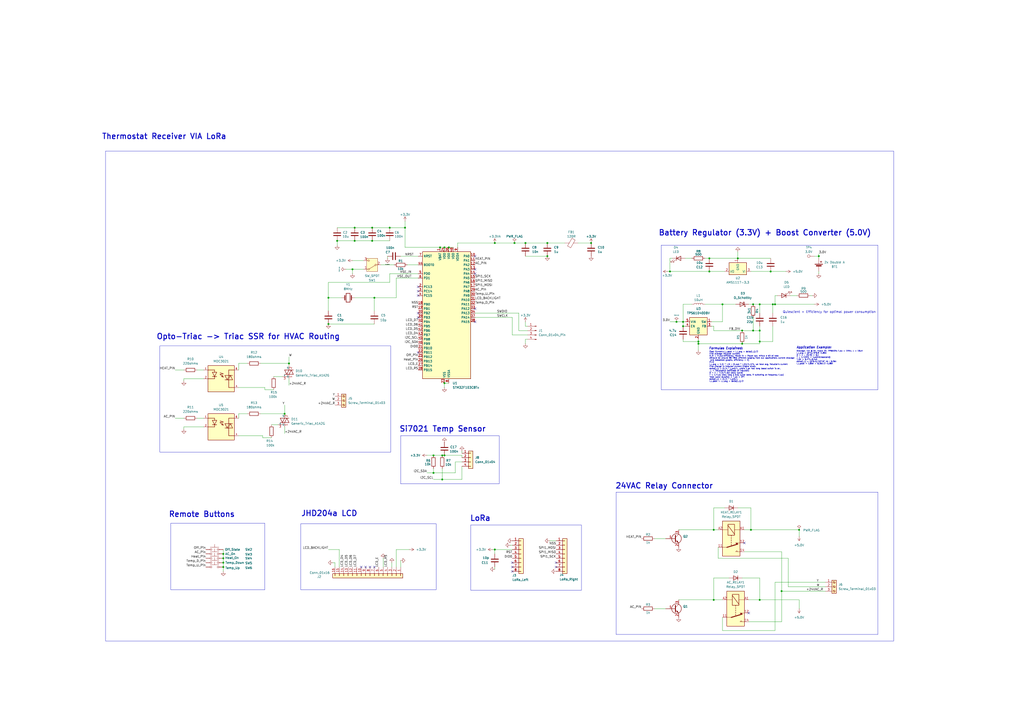
<source format=kicad_sch>
(kicad_sch (version 20231120) (generator "eeschema") (generator_version "8.0")
  (paper "A2")
  (junction (at 448.31 176.53))
  (junction (at 414.02 347.98))
  (junction (at 205.74 132.08))
  (junction (at 287.02 318.77))
  (junction (at 195.58 139.7))
  (junction (at 129.54 328.93))
  (junction (at 453.39 342.9))
  (junction (at 251.46 274.32))
  (junction (at 165.1 240.03))
  (junction (at 435.61 307.34))
  (junction (at 405.13 198.12))
  (junction (at 257.81 264.16))
  (junction (at 440.69 198.12))
  (junction (at 190.5 172.72))
  (junction (at 436.88 191.77))
  (junction (at 396.24 189.23))
  (junction (at 430.53 199.39))
  (junction (at 234.95 132.08))
  (junction (at 251.46 264.16))
  (junction (at 129.54 323.85))
  (junction (at 342.9 140.97))
  (junction (at 257.81 143.51))
  (junction (at 226.06 132.08))
  (junction (at 129.54 326.39))
  (junction (at 204.47 156.21))
  (junction (at 436.88 176.53))
  (junction (at 298.45 140.97))
  (junction (at 447.04 157.48))
  (junction (at 217.17 172.72))
  (junction (at 317.5 148.59))
  (junction (at 257.81 222.25))
  (junction (at 287.02 140.97))
  (junction (at 260.35 143.51))
  (junction (at 317.5 140.97))
  (junction (at 388.62 157.48))
  (junction (at 440.69 347.98))
  (junction (at 440.69 191.77))
  (junction (at 215.9 139.7))
  (junction (at 167.64 210.82))
  (junction (at 430.53 191.77))
  (junction (at 419.1 176.53))
  (junction (at 256.54 278.13))
  (junction (at 205.74 139.7))
  (junction (at 463.55 307.34))
  (junction (at 405.13 199.39))
  (junction (at 215.9 132.08))
  (junction (at 474.98 148.59))
  (junction (at 255.27 143.51))
  (junction (at 304.8 140.97))
  (junction (at 129.54 321.31))
  (junction (at 427.99 149.86))
  (junction (at 440.69 176.53))
  (junction (at 190.5 187.96))
  (junction (at 396.24 186.69))
  (junction (at 411.48 149.86))
  (junction (at 414.02 307.34))
  (junction (at 256.54 264.16))
  (junction (at 392.43 186.69))
  (junction (at 411.48 157.48))
  (junction (at 449.58 176.53))
  (no_connect (at 242.57 168.91))
  (no_connect (at 297.18 331.47))
  (no_connect (at 322.58 328.93))
  (no_connect (at 275.59 148.59))
  (no_connect (at 431.8 314.96))
  (no_connect (at 242.57 171.45))
  (no_connect (at 217.17 328.93))
  (no_connect (at 322.58 326.39))
  (no_connect (at 212.09 328.93))
  (no_connect (at 275.59 186.69))
  (no_connect (at 275.59 158.75))
  (no_connect (at 209.55 328.93))
  (no_connect (at 275.59 179.07))
  (no_connect (at 242.57 166.37))
  (no_connect (at 242.57 181.61))
  (no_connect (at 275.59 156.21))
  (no_connect (at 242.57 204.47))
  (no_connect (at 297.18 326.39))
  (no_connect (at 242.57 184.15))
  (no_connect (at 297.18 328.93))
  (no_connect (at 434.34 355.6))
  (no_connect (at 214.63 328.93))
  (wire (pts (xy 304.8 140.97) (xy 317.5 140.97)))
  (wire (pts (xy 419.1 176.53) (xy 426.72 176.53)))
  (wire (pts (xy 165.1 247.65) (xy 165.1 251.46)))
  (wire (pts (xy 232.41 148.59) (xy 242.57 148.59)))
  (wire (pts (xy 129.54 326.39) (xy 129.54 328.93)))
  (wire (pts (xy 453.39 320.04) (xy 453.39 342.9)))
  (wire (pts (xy 414.02 294.64) (xy 420.37 294.64)))
  (wire (pts (xy 448.31 198.12) (xy 440.69 198.12)))
  (wire (pts (xy 449.58 176.53) (xy 449.58 171.45)))
  (wire (pts (xy 275.59 181.61) (xy 300.99 181.61)))
  (wire (pts (xy 440.69 347.98) (xy 463.55 347.98)))
  (wire (pts (xy 300.99 181.61) (xy 300.99 191.77)))
  (wire (pts (xy 408.94 149.86) (xy 411.48 149.86)))
  (wire (pts (xy 388.62 157.48) (xy 388.62 149.86)))
  (wire (pts (xy 205.74 139.7) (xy 215.9 139.7)))
  (wire (pts (xy 226.06 158.75) (xy 242.57 158.75)))
  (wire (pts (xy 234.95 143.51) (xy 255.27 143.51)))
  (wire (pts (xy 257.81 222.25) (xy 260.35 222.25)))
  (wire (pts (xy 251.46 271.78) (xy 251.46 274.32)))
  (wire (pts (xy 138.43 224.79) (xy 153.67 224.79)))
  (wire (pts (xy 138.43 210.82) (xy 138.43 214.63)))
  (wire (pts (xy 287.02 318.77) (xy 287.02 321.31)))
  (wire (pts (xy 457.2 323.85) (xy 457.2 340.36)))
  (wire (pts (xy 474.98 149.86) (xy 474.98 148.59)))
  (wire (pts (xy 260.35 143.51) (xy 262.89 143.51)))
  (wire (pts (xy 430.53 199.39) (xy 405.13 199.39)))
  (wire (pts (xy 251.46 274.32) (xy 264.16 274.32)))
  (wire (pts (xy 419.1 186.69) (xy 419.1 176.53)))
  (wire (pts (xy 165.1 234.95) (xy 165.1 240.03)))
  (wire (pts (xy 195.58 132.08) (xy 205.74 132.08)))
  (wire (pts (xy 448.31 176.53) (xy 449.58 176.53)))
  (wire (pts (xy 427.99 294.64) (xy 435.61 294.64)))
  (wire (pts (xy 436.88 176.53) (xy 440.69 176.53)))
  (wire (pts (xy 396.24 186.69) (xy 396.24 176.53)))
  (wire (pts (xy 472.44 148.59) (xy 474.98 148.59)))
  (wire (pts (xy 224.79 148.59) (xy 224.79 149.86)))
  (wire (pts (xy 434.34 347.98) (xy 440.69 347.98)))
  (wire (pts (xy 414.02 347.98) (xy 419.1 347.98)))
  (wire (pts (xy 457.2 340.36) (xy 478.79 340.36)))
  (wire (pts (xy 463.55 307.34) (xy 463.55 311.15)))
  (wire (pts (xy 431.8 320.04) (xy 453.39 320.04)))
  (wire (pts (xy 234.95 128.27) (xy 234.95 132.08)))
  (wire (pts (xy 264.16 267.97) (xy 267.97 267.97)))
  (wire (pts (xy 151.13 240.03) (xy 165.1 240.03)))
  (wire (pts (xy 114.3 214.63) (xy 118.11 214.63)))
  (wire (pts (xy 405.13 199.39) (xy 405.13 198.12)))
  (wire (pts (xy 463.55 347.98) (xy 463.55 353.06)))
  (wire (pts (xy 297.18 194.31) (xy 306.07 194.31)))
  (wire (pts (xy 396.24 186.69) (xy 397.51 186.69)))
  (wire (pts (xy 195.58 139.7) (xy 195.58 142.24)))
  (wire (pts (xy 229.87 318.77) (xy 237.49 318.77)))
  (wire (pts (xy 200.66 156.21) (xy 204.47 156.21)))
  (wire (pts (xy 227.33 326.39) (xy 227.33 328.93)))
  (wire (pts (xy 427.99 146.05) (xy 427.99 149.86)))
  (wire (pts (xy 458.47 171.45) (xy 462.28 171.45)))
  (wire (pts (xy 157.48 246.38) (xy 161.29 246.38)))
  (wire (pts (xy 469.9 171.45) (xy 471.17 171.45)))
  (wire (pts (xy 287.02 328.93) (xy 287.02 330.2)))
  (wire (pts (xy 453.39 342.9) (xy 453.39 360.68)))
  (wire (pts (xy 194.31 326.39) (xy 193.04 326.39)))
  (wire (pts (xy 251.46 264.16) (xy 256.54 264.16)))
  (wire (pts (xy 405.13 203.2) (xy 405.13 199.39)))
  (wire (pts (xy 300.99 191.77) (xy 306.07 191.77)))
  (wire (pts (xy 256.54 264.16) (xy 257.81 264.16)))
  (wire (pts (xy 412.75 189.23) (xy 414.02 189.23)))
  (wire (pts (xy 106.68 220.98) (xy 106.68 219.71)))
  (wire (pts (xy 434.34 176.53) (xy 436.88 176.53)))
  (wire (pts (xy 304.8 196.85) (xy 304.8 199.39)))
  (wire (pts (xy 386.08 353.06) (xy 379.73 353.06)))
  (wire (pts (xy 226.06 132.08) (xy 234.95 132.08)))
  (wire (pts (xy 106.68 247.65) (xy 118.11 247.65)))
  (wire (pts (xy 157.48 254) (xy 152.4 254)))
  (wire (pts (xy 297.18 184.15) (xy 297.18 194.31)))
  (wire (pts (xy 167.64 210.82) (xy 167.64 212.09)))
  (wire (pts (xy 251.46 278.13) (xy 256.54 278.13)))
  (wire (pts (xy 267.97 264.16) (xy 267.97 265.43)))
  (wire (pts (xy 427.99 149.86) (xy 447.04 149.86)))
  (wire (pts (xy 414.02 191.77) (xy 430.53 191.77)))
  (wire (pts (xy 405.13 198.12) (xy 405.13 196.85)))
  (wire (pts (xy 453.39 342.9) (xy 478.79 342.9)))
  (wire (pts (xy 449.58 337.82) (xy 478.79 337.82)))
  (wire (pts (xy 257.81 264.16) (xy 267.97 264.16)))
  (wire (pts (xy 217.17 172.72) (xy 229.87 172.72)))
  (wire (pts (xy 397.51 149.86) (xy 401.32 149.86)))
  (wire (pts (xy 215.9 139.7) (xy 226.06 139.7)))
  (wire (pts (xy 396.24 198.12) (xy 405.13 198.12)))
  (wire (pts (xy 129.54 328.93) (xy 129.54 331.47)))
  (wire (pts (xy 152.4 254) (xy 152.4 252.73)))
  (wire (pts (xy 298.45 140.97) (xy 304.8 140.97)))
  (wire (pts (xy 304.8 148.59) (xy 317.5 148.59)))
  (wire (pts (xy 226.06 163.83) (xy 190.5 163.83)))
  (wire (pts (xy 436.88 184.15) (xy 436.88 191.77)))
  (wire (pts (xy 388.62 157.48) (xy 411.48 157.48)))
  (wire (pts (xy 257.81 222.25) (xy 257.81 224.79)))
  (wire (pts (xy 474.98 158.75) (xy 474.98 157.48)))
  (wire (pts (xy 151.13 210.82) (xy 167.64 210.82)))
  (wire (pts (xy 138.43 240.03) (xy 143.51 240.03)))
  (wire (pts (xy 388.62 149.86) (xy 389.89 149.86)))
  (wire (pts (xy 194.31 328.93) (xy 194.31 326.39)))
  (wire (pts (xy 158.75 218.44) (xy 163.83 218.44)))
  (wire (pts (xy 265.43 143.51) (xy 265.43 140.97)))
  (wire (pts (xy 195.58 139.7) (xy 205.74 139.7)))
  (wire (pts (xy 416.56 317.5) (xy 416.56 323.85)))
  (wire (pts (xy 236.22 153.67) (xy 242.57 153.67)))
  (wire (pts (xy 396.24 176.53) (xy 401.32 176.53)))
  (wire (pts (xy 153.67 226.06) (xy 158.75 226.06)))
  (wire (pts (xy 229.87 328.93) (xy 229.87 318.77)))
  (wire (pts (xy 449.58 171.45) (xy 450.85 171.45)))
  (wire (pts (xy 317.5 140.97) (xy 327.66 140.97)))
  (wire (pts (xy 449.58 365.76) (xy 449.58 337.82)))
  (wire (pts (xy 435.61 157.48) (xy 447.04 157.48)))
  (wire (pts (xy 129.54 318.77) (xy 129.54 321.31)))
  (wire (pts (xy 204.47 156.21) (xy 204.47 158.75)))
  (wire (pts (xy 434.34 360.68) (xy 453.39 360.68)))
  (wire (pts (xy 448.31 189.23) (xy 448.31 198.12)))
  (wire (pts (xy 392.43 186.69) (xy 396.24 186.69)))
  (wire (pts (xy 393.7 307.34) (xy 414.02 307.34)))
  (wire (pts (xy 190.5 187.96) (xy 217.17 187.96)))
  (wire (pts (xy 106.68 219.71) (xy 118.11 219.71)))
  (wire (pts (xy 247.65 274.32) (xy 251.46 274.32)))
  (wire (pts (xy 455.93 157.48) (xy 447.04 157.48)))
  (wire (pts (xy 264.16 274.32) (xy 264.16 267.97)))
  (wire (pts (xy 412.75 186.69) (xy 419.1 186.69)))
  (wire (pts (xy 229.87 172.72) (xy 229.87 161.29)))
  (wire (pts (xy 167.64 207.01) (xy 167.64 210.82)))
  (wire (pts (xy 247.65 264.16) (xy 251.46 264.16)))
  (wire (pts (xy 267.97 261.62) (xy 267.97 262.89)))
  (wire (pts (xy 416.56 323.85) (xy 457.2 323.85)))
  (wire (pts (xy 430.53 198.12) (xy 430.53 199.39)))
  (wire (pts (xy 226.06 158.75) (xy 226.06 163.83)))
  (wire (pts (xy 387.35 157.48) (xy 388.62 157.48)))
  (wire (pts (xy 190.5 172.72) (xy 190.5 180.34)))
  (wire (pts (xy 196.85 318.77) (xy 196.85 328.93)))
  (wire (pts (xy 229.87 161.29) (xy 242.57 161.29)))
  (wire (pts (xy 440.69 199.39) (xy 430.53 199.39)))
  (wire (pts (xy 304.8 189.23) (xy 304.8 186.69)))
  (wire (pts (xy 190.5 318.77) (xy 196.85 318.77)))
  (wire (pts (xy 436.88 191.77) (xy 440.69 191.77)))
  (wire (pts (xy 414.02 335.28) (xy 414.02 347.98)))
  (wire (pts (xy 414.02 189.23) (xy 414.02 191.77)))
  (wire (pts (xy 474.98 148.59) (xy 474.98 147.32)))
  (wire (pts (xy 101.6 242.57) (xy 106.68 242.57)))
  (wire (pts (xy 414.02 307.34) (xy 416.56 307.34)))
  (wire (pts (xy 440.69 191.77) (xy 440.69 198.12)))
  (wire (pts (xy 335.28 140.97) (xy 342.9 140.97)))
  (wire (pts (xy 440.69 335.28) (xy 440.69 347.98)))
  (wire (pts (xy 295.91 316.23) (xy 297.18 316.23)))
  (wire (pts (xy 257.81 143.51) (xy 260.35 143.51)))
  (wire (pts (xy 190.5 172.72) (xy 198.12 172.72)))
  (wire (pts (xy 129.54 323.85) (xy 129.54 326.39)))
  (wire (pts (xy 205.74 132.08) (xy 215.9 132.08)))
  (wire (pts (xy 396.24 189.23) (xy 396.24 186.69)))
  (wire (pts (xy 306.07 189.23) (xy 304.8 189.23)))
  (wire (pts (xy 256.54 278.13) (xy 267.97 278.13)))
  (wire (pts (xy 222.25 328.93) (xy 222.25 323.85)))
  (wire (pts (xy 306.07 196.85) (xy 304.8 196.85)))
  (wire (pts (xy 275.59 184.15) (xy 297.18 184.15)))
  (wire (pts (xy 393.7 347.98) (xy 414.02 347.98)))
  (wire (pts (xy 449.58 176.53) (xy 472.44 176.53)))
  (wire (pts (xy 430.53 191.77) (xy 436.88 191.77)))
  (wire (pts (xy 101.6 214.63) (xy 106.68 214.63)))
  (wire (pts (xy 287.02 140.97) (xy 298.45 140.97)))
  (wire (pts (xy 167.64 219.71) (xy 167.64 223.52)))
  (wire (pts (xy 414.02 294.64) (xy 414.02 307.34)))
  (wire (pts (xy 420.37 157.48) (xy 411.48 157.48)))
  (wire (pts (xy 138.43 242.57) (xy 138.43 240.03)))
  (wire (pts (xy 232.41 328.93) (xy 232.41 325.12)))
  (wire (pts (xy 397.51 189.23) (xy 396.24 189.23)))
  (wire (pts (xy 318.77 313.69) (xy 322.58 313.69)))
  (wire (pts (xy 256.54 271.78) (xy 256.54 278.13)))
  (wire (pts (xy 435.61 307.34) (xy 463.55 307.34)))
  (wire (pts (xy 215.9 132.08) (xy 226.06 132.08)))
  (wire (pts (xy 448.31 176.53) (xy 448.31 181.61)))
  (wire (pts (xy 285.75 318.77) (xy 287.02 318.77)))
  (wire (pts (xy 427.99 149.86) (xy 411.48 149.86)))
  (wire (pts (xy 217.17 172.72) (xy 217.17 180.34)))
  (wire (pts (xy 138.43 252.73) (xy 152.4 252.73)))
  (wire (pts (xy 430.53 335.28) (xy 440.69 335.28)))
  (wire (pts (xy 220.98 153.67) (xy 228.6 153.67)))
  (wire (pts (xy 419.1 365.76) (xy 449.58 365.76)))
  (wire (pts (xy 255.27 143.51) (xy 257.81 143.51)))
  (wire (pts (xy 129.54 321.31) (xy 129.54 323.85)))
  (wire (pts (xy 153.67 224.79) (xy 153.67 226.06)))
  (wire (pts (xy 435.61 294.64) (xy 435.61 307.34)))
  (wire (pts (xy 419.1 358.14) (xy 419.1 365.76)))
  (wire (pts (xy 422.91 335.28) (xy 414.02 335.28)))
  (wire (pts (xy 205.74 172.72) (xy 217.17 172.72)))
  (wire (pts (xy 204.47 151.13) (xy 210.82 151.13)))
  (wire (pts (xy 396.24 196.85) (xy 396.24 198.12)))
  (wire (pts (xy 267.97 278.13) (xy 267.97 270.51)))
  (wire (pts (xy 440.69 189.23) (xy 440.69 191.77)))
  (wire (pts (xy 114.3 242.57) (xy 118.11 242.57)))
  (wire (pts (xy 431.8 307.34) (xy 435.61 307.34)))
  (wire (pts (xy 265.43 140.97) (xy 287.02 140.97)))
  (wire (pts (xy 143.51 210.82) (xy 138.43 210.82)))
  (wire (pts (xy 190.5 163.83) (xy 190.5 172.72)))
  (wire (pts (xy 440.69 176.53) (xy 448.31 176.53)))
  (wire (pts (xy 287.02 318.77) (xy 297.18 318.77)))
  (wire (pts (xy 106.68 248.92) (xy 106.68 247.65)))
  (wire (pts (xy 204.47 156.21) (xy 210.82 156.21)))
  (wire (pts (xy 388.62 186.69) (xy 392.43 186.69)))
  (wire (pts (xy 440.69 176.53) (xy 440.69 181.61)))
  (wire (pts (xy 408.94 176.53) (xy 419.1 176.53)))
  (wire (pts (xy 234.95 132.08) (xy 234.95 143.51)))
  (wire (pts (xy 440.69 199.39) (xy 440.69 198.12)))
  (wire (pts (xy 379.73 312.42) (xy 386.08 312.42)))
  (rectangle (start 92.71 200.66) (end 226.695 262.255))
  (rectangle (start 383.54 142.24) (end 509.27 226.06))
  (rectangle (start 174.498 303.784) (end 252.984 342.138))
  (rectangle (start 357.378 285.496) (end 509.27 368.046))
  (rectangle (start 232.41 252.73) (end 289.56 280.67))
  (rectangle (start 61.214 87.63) (end 518.414 371.856))
  (rectangle (start 273.05 304.546) (end 337.312 342.392))
  (rectangle (start 99.06 303.53) (end 153.6324 342.0992))
  (text "Formulas Explained:\n" (at 421.132 202.184 0) (effects (font (size 1.27 1.27) (thickness 0.254) (bold yes) (italic yes))))
  (text "Peak Current=I_L,peak = I_L,avg + delta(I_L)/2\nFind average inductor current:\nP_in = P_out/efficiency, Power in = Power out, minus a bit of loss\n(Should be around 85-95% efficient judging from our applications current drawage\n and datasheet graphs, efficiency = n)\nP=VI\nI_L,avg = V_in * I_in ~ (V_out * I_in)/V_In*n, we have avg. inductor's current\nFind change in inductor current (ripple size):\ndelta(I_L) = (V_in * t_on)/L, where t_on how long boost switch is on,\n L = inductance (stiffness of inductor)\nD = 1 - V_in/V_out (duty cycle)\nT = 1/f_sw (how long a duty cycle lasts, if switching at frequency f_sw)\nTotal cycle duration = T_on = D*T\ndelta(I_L) = (V_in * t_on)/L\nI_L,peak = I_L,avg + delta(I_L)/2\n\n" (at 411.48 213.36 0) (effects (font (size 0.762 0.762)) (justify left)))
  (text "Quiescient + Efficiency for optimal power consumption" (at 481.076 181.102 0) (effects (font (size 1.27 1.27))))
  (text "24VAC Relay Connector" (at 385.318 281.94 0) (effects (font (size 3.175 3.175) (thickness 0.508) (bold yes))))
  (text "LoRa\n" (at 278.638 300.736 0) (effects (font (size 3.175 3.175) (thickness 0.508) (bold yes))))
  (text "Opto-Triac -> Triac SSR for HVAC Routing\n" (at 144.018 195.326 0) (effects (font (size 3.175 3.175) (thickness 0.508) (bold yes))))
  (text "Remote Buttons\n" (at 117.094 298.45 0) (effects (font (size 3.175 3.175) (thickness 0.508) (bold yes))))
  (text "JHD204a LCD\n" (at 191.008 297.942 0) (effects (font (size 3.175 3.175) (thickness 0.508) (bold yes))))
  (text "Drawage, ~1A @ 5V, input: 3V, TPS6104: f_sw = 1MHz, L = 10uH\nI_L,avg = (5*1)/3*0.9 ~1.85A\nD = 1 - (3/5) = 0.4\nT = 1/1MHz = 1us(microsecond)\nT_On = 0.4*1=0.4us\ndelta(I_L) = (3*0.4)/10*10^-6 ~ 0.26A\nI_L,peak = 1.85A + 0.26A/2 ~1.98A\n\n" (at 462.026 208.026 0) (effects (font (size 0.762 0.762)) (justify left)))
  (text "Application Example:" (at 472.186 201.676 0) (effects (font (size 1.27 1.27) (thickness 0.254) (bold yes) (italic yes))))
  (text "Si7021 Temp Sensor\n" (at 256.794 248.92 0) (effects (font (size 3.175 3.175) (thickness 0.508) (bold yes))))
  (text "Thermostat Receiver VIA LoRa\n" (at 95.25 79.248 0) (effects (font (size 3.175 3.175) (thickness 0.508) (bold yes))))
  (text "Battery Regulator (3.3V) + Boost Converter (5.0V)" (at 443.738 135.128 0) (effects (font (size 3.175 3.175) (thickness 0.508) (bold yes))))
  (label "LCD_BACKLIGHT" (at 275.59 173.99 0))
  (label "3.0V" (at 388.62 186.69 180))
  (label "AC_PIN" (at 101.6 242.57 180))
  (label "W" (at 473.71 340.36 0))
  (label "SW_BOOT0" (at 223.52 153.67 0) (effects (font (size 0.3048 0.3048))))
  (label "LCD_D7" (at 242.57 186.69 180))
  (label "FB_DIV" (at 422.91 191.77 0))
  (label "Off_Pin" (at 242.57 207.01 180))
  (label "Temp_U_Pin" (at 119.38 328.93 180))
  (label "LCD_D6" (at 204.47 328.93 90))
  (label "AC_Pin" (at 275.59 168.91 0))
  (label "LCD_D4" (at 199.39 328.93 90))
  (label "SPI1_MOSI" (at 275.59 166.37 0))
  (label "SWCLK" (at 288.29 184.15 0))
  (label "+24VAC_R" (at 194.31 234.95 180))
  (label "AC_PIN" (at 275.59 153.67 0))
  (label "SPI1_SCK" (at 322.58 323.85 180))
  (label "NSS" (at 242.57 176.53 180))
  (label "+24VAC_R" (at 165.1 251.46 0))
  (label "LCD_E" (at 242.57 212.09 180))
  (label "Off_Pin" (at 119.38 318.77 180))
  (label "SPI1_MISO" (at 275.59 163.83 0))
  (label "I2C_SDA" (at 247.65 274.32 180))
  (label "Heat_Pin" (at 242.57 209.55 180))
  (label "RST" (at 297.18 321.31 180))
  (label "+24VAC_R" (at 167.64 223.52 0))
  (label "SPI1_MISO" (at 322.58 321.31 180))
  (label "Y" (at 165.1 234.95 180))
  (label "Y" (at 473.71 337.82 0))
  (label "+24VAC_R" (at 477.52 342.9 180))
  (label "I2C_SCL" (at 242.57 196.85 180))
  (label "DIO0" (at 242.57 201.93 180))
  (label "NSS" (at 322.58 316.23 180))
  (label "HSE_IN" (at 238.76 158.75 180))
  (label "LCD_D6" (at 242.57 189.23 180))
  (label "Temp_U_Pin" (at 275.59 171.45 0))
  (label "AC_PIN" (at 372.11 353.06 180))
  (label "I2C_SDA" (at 242.57 199.39 180))
  (label "Y" (at 194.31 229.87 180))
  (label "LCD_D5" (at 201.93 328.93 90))
  (label "LCD_RS" (at 224.79 328.93 90))
  (label "SPI1_SCK" (at 275.59 161.29 0))
  (label "3.0V" (at 474.98 147.32 0))
  (label "LCD_D7" (at 207.01 328.93 90))
  (label "NRST" (at 234.95 148.59 0))
  (label "Temp_D_Pin" (at 275.59 176.53 0))
  (label "RST" (at 242.57 179.07 180))
  (label "HEAT_PIN" (at 372.11 312.42 180))
  (label "LCD_BACKLIGHT" (at 190.5 318.77 180))
  (label "W" (at 194.31 232.41 180))
  (label "DIO0" (at 297.18 323.85 180))
  (label "LCD_D5" (at 242.57 191.77 180))
  (label "SWDIO" (at 288.29 181.61 0))
  (label "LCD_D4" (at 242.57 194.31 180))
  (label "W" (at 167.64 207.01 0))
  (label "HEAT_PIN" (at 275.59 151.13 0))
  (label "AC_Pin" (at 119.38 321.31 180))
  (label "Temp_D_Pin" (at 119.38 326.39 180))
  (label "HEAT_PIN" (at 101.6 214.63 180))
  (label "LCD_E" (at 219.71 328.93 90))
  (label "HSE_OUT" (at 238.76 161.29 180))
  (label "I2C_SCL" (at 251.46 278.13 180))
  (label "SPI1_MOSI" (at 322.58 318.77 180))
  (label "Heat_Pin" (at 119.38 323.85 180))
  (label "LCD_RS" (at 242.57 214.63 180))
  (symbol (lib_id "MCU_ST_STM32F1:STM32F103C8Tx") (at 257.81 184.15 0) (unit 1)
    (property "Reference" "U1" (at 262.5441 222.25 0) (effects (justify left)))
    (property "Value" "STM32F103C8Tx" (at 262.5441 224.79 0) (effects (justify left)))
    (property "Footprint" "Package_QFP:LQFP-48_7x7mm_P0.5mm" (effects (hide yes)))
    (property "Datasheet" "https://www.st.com/resource/en/datasheet/stm32f103c8.pdf" (effects (hide yes)))
    (property "Description" "STMicroelectronics Arm Cortex-M3 MCU, 64KB flash, 20KB RAM, 72 MHz, 2.0-3.6V, 37 GPIO, LQFP48" (effects (hide yes)))
  )
  (symbol (lib_id "Device:C") (at 317.5 144.78 0) (unit 1)
    (property "Reference" "C9" (at 321.31 143.5099 0) (effects (justify left)))
    (property "Value" "1u" (at 321.31 146.0499 0) (effects (justify left)))
    (property "Footprint" "Capacitor_SMD:C_0402_1005Metric" (effects (hide yes)))
    (property "Description" "Unpolarized capacitor" (effects (hide yes)))
  )
  (symbol (lib_id "Connector:Screw_Terminal_01x03") (at 199.39 232.41 0) (unit 1)
    (property "Reference" "J5" (at 201.93 231.1399 0) (effects (justify left)))
    (property "Value" "Screw_Terminal_01x03" (at 201.93 233.6799 0) (effects (justify left)))
    (property "Footprint" "TerminalBlock_Phoenix:TerminalBlock_Phoenix_MKDS-1,5-3-5.08_1x03_P5.08mm_Horizontal" (effects (hide yes)))
    (property "Description" "Generic screw terminal, single row, 01x03, script generated (kicad-library-utils/schlib/autogen/connector/)" (effects (hide yes)))
  )
  (symbol (lib_id "power:GND") (at 471.17 171.45 90) (unit 1)
    (property "Reference" "#PWR032" (effects (hide yes)))
    (property "Value" "GND" (effects (hide yes)))
    (property "Description" "Power symbol creates a global label with name \"GND\" , ground" (effects (hide yes)))
  )
  (symbol (lib_id "Device:R") (at 436.88 180.34 0) (unit 1)
    (property "Reference" "R4" (at 439.166 180.34 90))
    (property "Value" "3k1" (at 434.594 180.34 90))
    (property "Footprint" "Resistor_SMD:R_0402_1005Metric" (effects (hide yes)))
    (property "Description" "Resistor" (effects (hide yes)))
  )
  (symbol (lib_id "Device:C") (at 195.58 135.89 0) (unit 1)
    (property "Reference" "C2" (at 198.882 134.874 0) (effects (justify left)))
    (property "Value" "10u" (at 198.628 137.16 0) (effects (justify left)))
    (property "Footprint" "Capacitor_SMD:C_0402_1005Metric" (effects (hide yes)))
    (property "Description" "Unpolarized capacitor" (effects (hide yes)))
  )
  (symbol (lib_id "power:GND") (at 106.68 248.92 0) (unit 1)
    (property "Reference" "#PWR035" (effects (hide yes)))
    (property "Value" "GND" (effects (hide yes)))
    (property "Description" "Power symbol creates a global label with name \"GND\" , ground" (effects (hide yes)))
  )
  (symbol (lib_id "Triac_Thyristor:Generic_Triac_A1A2G") (at 167.64 215.9 0) (unit 1)
    (property "Reference" "D10" (at 171.45 215.2014 0) (effects (justify left)))
    (property "Value" "Generic_Triac_A1A2G" (at 171.45 217.7414 0) (effects (justify left)))
    (property "Footprint" "Transistor_Power:TO92127P470H495-3" (effects (hide yes)))
    (property "Description" "Triode for alternating current, anode1/anode2/gate" (effects (hide yes)))
  )
  (symbol (lib_id "Regulator_Linear:AMS1117-3.3") (at 427.99 157.48 180) (unit 1)
    (property "Reference" "U2" (at 427.99 161.29 0))
    (property "Value" "AMS1117-3.3" (at 427.99 163.83 0))
    (property "Footprint" "Package_TO_SOT_SMD:SOT-223-3_TabPin2" (effects (hide yes)))
    (property "Datasheet" "http://www.advanced-monolithic.com/pdf/ds1117.pdf" (effects (hide yes)))
    (property "Description" "1A Low Dropout regulator, positive, 3.3V fixed output, SOT-223" (effects (hide yes)))
  )
  (symbol (lib_id "power:PWR_FLAG") (at 392.43 186.69 0) (unit 1)
    (property "Reference" "#FLG04" (effects (hide yes)))
    (property "Value" "PWR_FLAG" (at 392.43 182.88 0) (effects (font (size 0.381 0.381))))
    (property "Description" "Special symbol for telling ERC where power comes from" (effects (hide yes)))
  )
  (symbol (lib_id "power:+3.3V") (at 247.65 264.16 90) (unit 1)
    (property "Reference" "#PWR044" (effects (hide yes)))
    (property "Value" "+3.3V" (at 243.84 264.1599 90) (effects (justify left)))
    (property "Description" "Power symbol creates a global label with name \"+3.3V\"" (effects (hide yes)))
  )
  (symbol (lib_id "power:GND") (at 257.81 224.79 0) (unit 1)
    (property "Reference" "#PWR07" (effects (hide yes)))
    (property "Value" "GND" (effects (hide yes)))
    (property "Description" "Power symbol creates a global label with name \"GND\" , ground" (effects (hide yes)))
  )
  (symbol (lib_id "power:GND") (at 318.77 313.69 270) (unit 1)
    (property "Reference" "#PWR024" (effects (hide yes)))
    (property "Value" "GND" (effects (hide yes)))
    (property "Description" "Power symbol creates a global label with name \"GND\" , ground" (effects (hide yes)))
  )
  (symbol (lib_id "Device:Crystal") (at 201.93 172.72 0) (unit 1)
    (property "Reference" "Y1" (at 201.93 165.1 0))
    (property "Value" "8MHz" (at 201.93 167.64 0))
    (property "Footprint" "Crystal:Crystal_SMD_MicroCrystal_CC1V-T1A-2Pin_8.0x3.7mm_HandSoldering" (effects (hide yes)))
    (property "Description" "Two pin crystal" (effects (hide yes)))
  )
  (symbol (lib_id "power:PWR_FLAG") (at 298.45 140.97 0) (unit 1)
    (property "Reference" "#FLG02" (effects (hide yes)))
    (property "Value" "PWR_FLAG" (at 298.45 137.16 0))
    (property "Description" "Special symbol for telling ERC where power comes from" (effects (hide yes)))
  )
  (symbol (lib_id "Device:R") (at 157.48 250.19 180) (unit 1)
    (property "Reference" "R14" (at 154.432 255.778 0) (effects (justify right)))
    (property "Value" "100k" (at 154.432 258.318 0) (effects (justify right)))
    (property "Footprint" "Resistor_SMD:R_1206_3216Metric" (effects (hide yes)))
    (property "Description" "Resistor" (effects (hide yes)))
  )
  (symbol (lib_id "power:+3.3V") (at 472.44 176.53 270) (unit 1)
    (property "Reference" "#PWR033" (effects (hide yes)))
    (property "Value" "+5.0V" (at 476.25 176.5299 90) (effects (justify left)))
    (property "Description" "Power symbol creates a global label with name \"+3.3V\"" (effects (hide yes)))
  )
  (symbol (lib_id "Device:C") (at 304.8 144.78 0) (unit 1)
    (property "Reference" "C8" (at 308.61 143.5099 0) (effects (justify left)))
    (property "Value" "10n" (at 308.61 146.0499 0) (effects (justify left)))
    (property "Footprint" "Capacitor_SMD:C_0603_1608Metric" (effects (hide yes)))
    (property "Description" "Unpolarized capacitor" (effects (hide yes)))
  )
  (symbol (lib_id "power:PWR_FLAG") (at 200.66 156.21 90) (unit 1)
    (property "Reference" "#FLG01" (effects (hide yes)))
    (property "Value" "PWR_FLAG" (at 196.85 156.21 0) (effects (font (size 0.381 0.381))))
    (property "Description" "Special symbol for telling ERC where power comes from" (effects (hide yes)))
  )
  (symbol (lib_id "Device:C") (at 342.9 144.78 0) (unit 1)
    (property "Reference" "C10" (at 346.71 143.5099 0) (effects (justify left)))
    (property "Value" "1u" (at 346.71 146.0499 0) (effects (justify left)))
    (property "Footprint" "Capacitor_SMD:C_0402_1005Metric" (effects (hide yes)))
    (property "Description" "Unpolarized capacitor" (effects (hide yes)))
  )
  (symbol (lib_id "power:GND") (at 227.33 326.39 180) (unit 1)
    (property "Reference" "#PWR019" (effects (hide yes)))
    (property "Value" "GND" (effects (hide yes)))
    (property "Description" "Power symbol creates a global label with name \"GND\" , ground" (effects (hide yes)))
  )
  (symbol (lib_id "Device:R") (at 147.32 210.82 90) (unit 1)
    (property "Reference" "R12" (at 147.32 204.47 90))
    (property "Value" "180ohms" (at 147.32 207.01 90))
    (property "Footprint" "Resistor_SMD:R_0402_1005Metric" (effects (hide yes)))
    (property "Description" "Resistor" (effects (hide yes)))
  )
  (symbol (lib_id "Device:C") (at 287.02 325.12 180) (unit 1)
    (property "Reference" "C11" (at 283.21 326.3901 0) (effects (justify left)))
    (property "Value" "10p" (at 283.718 323.596 0) (effects (justify left)))
    (property "Footprint" "Capacitor_SMD:C_0402_1005Metric" (effects (hide yes)))
    (property "Description" "Unpolarized capacitor" (effects (hide yes)))
  )
  (symbol (lib_id "Device:R") (at 375.92 312.42 90) (unit 1)
    (property "Reference" "R2" (at 375.92 310.134 90))
    (property "Value" "1k" (at 375.92 314.706 90))
    (property "Footprint" "Resistor_SMD:R_0402_1005Metric" (effects (hide yes)))
    (property "Description" "Resistor" (effects (hide yes)))
  )
  (symbol (lib_id "power:GND") (at 297.18 313.69 270) (unit 1)
    (property "Reference" "#PWR023" (effects (hide yes)))
    (property "Value" "GND" (effects (hide yes)))
    (property "Description" "Power symbol creates a global label with name \"GND\" , ground" (effects (hide yes)))
  )
  (symbol (lib_id "power:GND") (at 195.58 142.24 0) (unit 1)
    (property "Reference" "#PWR02" (effects (hide yes)))
    (property "Value" "GND" (effects (hide yes)))
    (property "Description" "Power symbol creates a global label with name \"GND\" , ground" (effects (hide yes)))
  )
  (symbol (lib_id "power:GND") (at 204.47 158.75 0) (unit 1)
    (property "Reference" "#PWR04" (effects (hide yes)))
    (property "Value" "GND" (effects (hide yes)))
    (property "Description" "Power symbol creates a global label with name \"GND\" , ground" (effects (hide yes)))
  )
  (symbol (lib_id "Device:C") (at 205.74 135.89 0) (unit 1)
    (property "Reference" "C3" (at 209.042 134.874 0) (effects (justify left)))
    (property "Value" "100n" (at 208.788 137.414 0) (effects (justify left)))
    (property "Footprint" "Capacitor_SMD:C_0402_1005Metric" (effects (hide yes)))
    (property "Description" "Unpolarized capacitor" (effects (hide yes)))
  )
  (symbol (lib_id "power:+3.3V") (at 455.93 157.48 270) (unit 1)
    (property "Reference" "#PWR030" (effects (hide yes)))
    (property "Value" "+5.0V" (at 459.74 157.4801 90) (effects (justify left)))
    (property "Description" "Power symbol creates a global label with name \"+3.3V\"" (effects (hide yes)))
  )
  (symbol (lib_id "Relay:Relay_SPDT") (at 426.72 353.06 270) (unit 1)
    (property "Reference" "AC_RELAY1" (at 426.72 337.82 90))
    (property "Value" "Relay_SPDT" (at 426.72 340.36 90))
    (property "Footprint" "Relay_THT:Relay_SPST_Hongfa_HF3F-L-xx-1HL1T" (effects (hide yes)))
    (property "Description" "Relay SPDT, monostable, EN50005" (effects (hide yes)))
  )
  (symbol (lib_id "Switch:SW_SPDT") (at 215.9 153.67 180) (unit 1)
    (property "Reference" "SW1" (at 215.9 162.56 0))
    (property "Value" "SW_SPDT" (at 215.9 160.02 0))
    (property "Footprint" "Button_Switch_SMD:SW_SPDT_CK_JS102011SAQN" (effects (hide yes)))
    (property "Description" "Switch, single pole double throw" (effects (hide yes)))
  )
  (symbol (lib_id "Device:R") (at 430.53 195.58 180) (unit 1)
    (property "Reference" "R5" (at 428.244 195.58 90))
    (property "Value" "1k" (at 432.816 195.58 90))
    (property "Footprint" "Resistor_SMD:R_0402_1005Metric" (effects (hide yes)))
    (property "Description" "Resistor" (effects (hide yes)))
  )
  (symbol (lib_id "Relay:Relay_SPDT") (at 424.18 312.42 270) (unit 1)
    (property "Reference" "HEAT_RELAY1" (at 424.18 297.18 90))
    (property "Value" "Relay_SPDT" (at 424.18 299.72 90))
    (property "Footprint" "Relay_THT:Relay_SPST_Hongfa_HF3F-L-xx-1HL1T" (effects (hide yes)))
    (property "Description" "Relay SPDT, monostable, EN50005" (effects (hide yes)))
  )
  (symbol (lib_id "power:GND") (at 267.97 261.62 180) (unit 1)
    (property "Reference" "#PWR043" (effects (hide yes)))
    (property "Value" "GND" (effects (hide yes)))
    (property "Description" "Power symbol creates a global label with name \"GND\" , ground" (effects (hide yes)))
  )
  (symbol (lib_id "power:GND") (at 295.91 316.23 270) (unit 1)
    (property "Reference" "#PWR022" (effects (hide yes)))
    (property "Value" "GND" (effects (hide yes)))
    (property "Description" "Power symbol creates a global label with name \"GND\" , ground" (effects (hide yes)))
  )
  (symbol (lib_id "power:+3.3V") (at 287.02 140.97 0) (unit 1)
    (property "Reference" "#PWR08" (effects (hide yes)))
    (property "Value" "+3.3VA" (at 287.02 137.16 0))
    (property "Description" "Power symbol creates a global label with name \"+3.3V\"" (effects (hide yes)))
  )
  (symbol (lib_id "Switch:SW_Push") (at 124.46 326.39 0) (unit 1)
    (property "Reference" "SW5" (at 144.272 326.644 0))
    (property "Value" "Temp_Down" (at 136.144 326.39 0))
    (property "Footprint" "Button_Switch_THT:SW_PUSH_1P1T_6x3.5mm_H5.0_APEM_MJTP1250" (effects (hide yes)))
    (property "Description" "Push button switch, generic, two pins" (effects (hide yes)))
  )
  (symbol (lib_id "Device:C") (at 411.48 153.67 180) (unit 1)
    (property "Reference" "C12" (at 407.67 154.9401 0) (effects (justify left)))
    (property "Value" "10u" (at 407.67 152.4001 0) (effects (justify left)))
    (property "Footprint" "Capacitor_SMD:C_0402_1005Metric" (effects (hide yes)))
    (property "Description" "Unpolarized capacitor" (effects (hide yes)))
  )
  (symbol (lib_id "Device:Q_NPN_BEC") (at 391.16 312.42 0) (unit 1)
    (property "Reference" "Q2" (at 396.24 311.1499 0) (effects (justify left)))
    (property "Value" "Q_NPN_BEC" (effects (hide yes)))
    (property "Footprint" "Package_TO_SOT_SMD:SOT-23" (effects (hide yes)))
    (property "Description" "NPN transistor, base/emitter/collector" (effects (hide yes)))
  )
  (symbol (lib_id "Diode:1N4007") (at 426.72 335.28 180) (unit 1)
    (property "Reference" "D2" (at 426.72 331.724 0))
    (property "Value" "SMD_D" (effects (hide yes)))
    (property "Footprint" "Diode_SMD:D_0805_2012Metric_Pad1.15x1.40mm_HandSolder" (effects (hide yes)))
    (property "Datasheet" "http://www.vishay.com/docs/88503/1n4001.pdf" (effects (hide yes)))
    (property "Description" "1000V 1A General Purpose Rectifier Diode, DO-41" (effects (hide yes)))
    (property "Sim.Device" "D" (effects (hide yes)))
    (property "Sim.Pins" "1=K 2=A" (effects (hide yes)))
  )
  (symbol (lib_id "Connector:Screw_Terminal_01x03") (at 483.87 340.36 0) (unit 1)
    (property "Reference" "J6" (at 486.41 339.0899 0) (effects (justify left)))
    (property "Value" "Screw_Terminal_01x03" (at 486.41 341.6299 0) (effects (justify left)))
    (property "Footprint" "TerminalBlock_Phoenix:TerminalBlock_Phoenix_MKDS-1,5-3-5.08_1x03_P5.08mm_Horizontal" (effects (hide yes)))
    (property "Description" "Generic screw terminal, single row, 01x03, script generated (kicad-library-utils/schlib/autogen/connector/)" (effects (hide yes)))
  )
  (symbol (lib_id "Device:R") (at 405.13 149.86 270) (unit 1)
    (property "Reference" "R8" (at 405.13 145.796 90))
    (property "Value" "500" (at 405.13 147.574 90))
    (property "Footprint" "Resistor_SMD:R_0402_1005Metric" (effects (hide yes)))
    (property "Description" "Resistor" (effects (hide yes)))
  )
  (symbol (lib_id "Device:LED") (at 393.7 149.86 0) (unit 1)
    (property "Reference" "D4" (at 392.1125 143.51 0))
    (property "Value" "LED" (at 392.1125 146.05 0))
    (property "Footprint" "LED_SMD:LED_0603_1608Metric" (effects (hide yes)))
    (property "Description" "Light emitting diode" (effects (hide yes)))
  )
  (symbol (lib_id "power:+3.3V") (at 285.75 318.77 90) (unit 1)
    (property "Reference" "#PWR020" (effects (hide yes)))
    (property "Value" "+3.3V" (at 281.94 318.7699 90) (effects (justify left)))
    (property "Description" "Power symbol creates a global label with name \"+3.3V\"" (effects (hide yes)))
  )
  (symbol (lib_id "Triac_Thyristor:Generic_Triac_A1A2G") (at 165.1 243.84 0) (unit 1)
    (property "Reference" "D11" (at 168.91 243.1414 0) (effects (justify left)))
    (property "Value" "Generic_Triac_A1A2G" (at 168.91 245.6814 0) (effects (justify left)))
    (property "Footprint" "Transistor_Power:TO92127P470H495-3" (effects (hide yes)))
    (property "Description" "Triode for alternating current, anode1/anode2/gate" (effects (hide yes)))
  )
  (symbol (lib_id "Device:C") (at 448.31 185.42 180) (unit 1)
    (property "Reference" "C16" (at 452.628 184.15 0) (effects (justify right)))
    (property "Value" "1u" (at 452.628 186.69 0) (effects (justify right)))
    (property "Footprint" "Capacitor_SMD:C_0402_1005Metric" (effects (hide yes)))
    (property "Description" "Unpolarized capacitor" (effects (hide yes)))
  )
  (symbol (lib_id "power:GND") (at 222.25 323.85 180) (unit 1)
    (property "Reference" "#PWR017" (effects (hide yes)))
    (property "Value" "GND" (effects (hide yes)))
    (property "Description" "Power symbol creates a global label with name \"GND\" , ground" (effects (hide yes)))
  )
  (symbol (lib_id "power:GND") (at 190.5 187.96 0) (unit 1)
    (property "Reference" "#PWR01" (effects (hide yes)))
    (property "Value" "GND" (effects (hide yes)))
    (property "Description" "Power symbol creates a global label with name \"GND\" , ground" (effects (hide yes)))
  )
  (symbol (lib_id "Device:R") (at 466.09 171.45 270) (unit 1)
    (property "Reference" "R9" (at 466.09 167.386 90))
    (property "Value" "500" (at 466.09 169.164 90))
    (property "Footprint" "Resistor_SMD:R_0402_1005Metric" (effects (hide yes)))
    (property "Description" "Resistor" (effects (hide yes)))
  )
  (symbol (lib_id "Device:R") (at 256.54 267.97 180) (unit 1)
    (property "Reference" "R7" (at 260.096 267.208 0))
    (property "Value" "10k" (at 260.096 269.494 0))
    (property "Footprint" "Resistor_SMD:R_0603_1608Metric" (effects (hide yes)))
    (property "Description" "Resistor" (effects (hide yes)))
  )
  (symbol (lib_id "power:GND") (at 287.02 330.2 270) (unit 1)
    (property "Reference" "#PWR021" (effects (hide yes)))
    (property "Value" "GND" (effects (hide yes)))
    (property "Description" "Power symbol creates a global label with name \"GND\" , ground" (effects (hide yes)))
  )
  (symbol (lib_id "power:GND") (at 106.68 220.98 0) (unit 1)
    (property "Reference" "#PWR038" (effects (hide yes)))
    (property "Value" "GND" (effects (hide yes)))
    (property "Description" "Power symbol creates a global label with name \"GND\" , ground" (effects (hide yes)))
  )
  (symbol (lib_id "Connector_Generic:Conn_01x16") (at 214.63 334.01 270) (unit 1)
    (property "Reference" "J2" (at 185.166 334.518 90))
    (property "Value" "Conn_01x16" (at 185.42 332.232 90))
    (property "Footprint" "Connector_PinSocket_2.54mm:PinSocket_1x16_P2.54mm_Vertical" (effects (hide yes)))
    (property "Description" "Generic connector, single row, 01x16, script generated (kicad-library-utils/schlib/autogen/connector/)" (effects (hide yes)))
  )
  (symbol (lib_id "Device:C") (at 190.5 184.15 0) (unit 1)
    (property "Reference" "C1" (at 195.58 182.8799 0) (effects (justify left)))
    (property "Value" "10p" (at 195.58 185.42 0) (effects (justify left)))
    (property "Footprint" "Capacitor_SMD:C_0402_1005Metric" (effects (hide yes)))
    (property "Description" "Unpolarized capacitor" (effects (hide yes)))
  )
  (symbol (lib_id "power:+3.3V") (at 342.9 140.97 0) (unit 1)
    (property "Reference" "#PWR013" (effects (hide yes)))
    (property "Value" "+3.3V" (at 342.9 137.16 0))
    (property "Description" "Power symbol creates a global label with name \"+3.3V\"" (effects (hide yes)))
  )
  (symbol (lib_id "Regulator_Switching:TPS61040DBV") (at 405.13 189.23 0) (unit 1)
    (property "Reference" "U3" (at 405.13 179.07 0))
    (property "Value" "TPS61040DBV" (at 405.13 181.61 0))
    (property "Footprint" "Package_TO_SOT_SMD:SOT-23-5" (effects (hide yes)))
    (property "Datasheet" "http://www.ti.com/lit/ds/symlink/tps61040.pdf" (effects (hide yes)))
    (property "Description" "Synchronous Boost Regulator, Adjustable Output up to 28V, 400 mA Switch Current Limit, SOT-23-5" (effects (hide yes)))
  )
  (symbol (lib_id "power:+3.3V") (at 204.47 151.13 90) (unit 1)
    (property "Reference" "#PWR03" (effects (hide yes)))
    (property "Value" "+3.3V" (at 200.66 151.1299 90) (effects (justify left)))
    (property "Description" "Power symbol creates a global label with name \"+3.3V\"" (effects (hide yes)))
  )
  (symbol (lib_id "Switch:SW_Push") (at 124.46 328.93 0) (unit 1)
    (property "Reference" "SW6" (at 144.272 329.438 0))
    (property "Value" "Temp_Up" (at 134.874 329.438 0))
    (property "Footprint" "Button_Switch_THT:SW_PUSH_1P1T_6x3.5mm_H5.0_APEM_MJTP1250" (effects (hide yes)))
    (property "Description" "Push button switch, generic, two pins" (effects (hide yes)))
  )
  (symbol (lib_id "power:GND") (at 129.54 331.47 0) (unit 1)
    (property "Reference" "#PWR034" (effects (hide yes)))
    (property "Value" "GND" (effects (hide yes)))
    (property "Description" "Power symbol creates a global label with name \"GND\" , ground" (effects (hide yes)))
  )
  (symbol (lib_id "power:GND") (at 474.98 158.75 0) (unit 1)
    (property "Reference" "#PWR047" (effects (hide yes)))
    (property "Value" "GND" (effects (hide yes)))
    (property "Description" "Power symbol creates a global label with name \"GND\" , ground" (effects (hide yes)))
  )
  (symbol (lib_id "power:GND") (at 257.81 256.54 180) (unit 1)
    (property "Reference" "#PWR029" (effects (hide yes)))
    (property "Value" "GND" (effects (hide yes)))
    (property "Description" "Power symbol creates a global label with name \"GND\" , ground" (effects (hide yes)))
  )
  (symbol (lib_id "Device:C") (at 447.04 153.67 0) (mirror x) (unit 1)
    (property "Reference" "C13" (at 442.468 154.94 0) (effects (justify right)))
    (property "Value" "10u" (at 442.468 152.4 0) (effects (justify right)))
    (property "Footprint" "Capacitor_SMD:C_0402_1005Metric" (effects (hide yes)))
    (property "Description" "Unpolarized capacitor" (effects (hide yes)))
  )
  (symbol (lib_id "MOC3021:MOC3021") (at 128.27 247.65 0) (unit 1)
    (property "Reference" "U5" (at 128.27 234.95 0))
    (property "Value" "MOC3021" (at 128.27 237.49 0))
    (property "Footprint" "Varistor:SOT254P1016X460-6N" (effects (hide yes)))
    (property "MF" "ON Semiconductor" (effects (hide yes)))
    (property "Description_1" "\n                        \n                            Optoisolator Triac Output 5300Vrms 1 Channel 6-DIP\n                        \n" (effects (hide yes)))
    (property "PACKAGE" "DIP-6" (effects (hide yes)))
    (property "Price" "None" (effects (hide yes)))
    (property "Package" "DIP-6 ON Semiconductor" (effects (hide yes)))
    (property "Check_prices" "https://www.snapeda.com/parts/MOC3021/Onsemi/view-part/?ref=eda" (effects (hide yes)))
    (property "STANDARD" "IPC 7351B" (effects (hide yes)))
    (property "SnapEDA_Link" "https://www.snapeda.com/parts/MOC3021/Onsemi/view-part/?ref=snap" (effects (hide yes)))
    (property "MP" "MOC3021" (effects (hide yes)))
    (property "Availability" "In Stock" (effects (hide yes)))
    (property "MANUFACTURER" "FAIRCHILD SEMICONDUCTOR" (effects (hide yes)))
  )
  (symbol (lib_id "power:+3.3V") (at 463.55 311.15 180) (unit 1)
    (property "Reference" "#PWR027" (effects (hide yes)))
    (property "Value" "+5.0V" (at 463.55 316.23 0))
    (property "Description" "Power symbol creates a global label with name \"+3.3V\"" (effects (hide yes)))
  )
  (symbol (lib_id "power:GND") (at 232.41 325.12 90) (unit 1)
    (property "Reference" "#PWR018" (effects (hide yes)))
    (property "Value" "GND" (effects (hide yes)))
    (property "Description" "Power symbol creates a global label with name \"GND\" , ground" (effects (hide yes)))
  )
  (symbol (lib_id "power:+3.3V") (at 463.55 353.06 180) (unit 1)
    (property "Reference" "#PWR028" (effects (hide yes)))
    (property "Value" "+5.0V" (at 463.55 358.14 0))
    (property "Description" "Power symbol creates a global label with name \"+3.3V\"" (effects (hide yes)))
  )
  (symbol (lib_id "power:+3.3V") (at 304.8 186.69 0) (unit 1)
    (property "Reference" "#PWR010" (effects (hide yes)))
    (property "Value" "+3.3V" (at 304.8 182.88 0))
    (property "Description" "Power symbol creates a global label with name \"+3.3V\"" (effects (hide yes)))
  )
  (symbol (lib_id "Device:C") (at 215.9 135.89 0) (unit 1)
    (property "Reference" "C4" (at 218.694 134.112 0) (effects (justify left)))
    (property "Value" "100n" (at 218.694 136.652 0) (effects (justify left)))
    (property "Footprint" "Capacitor_SMD:C_0402_1005Metric" (effects (hide yes)))
    (property "Description" "Unpolarized capacitor" (effects (hide yes)))
  )
  (symbol (lib_id "Device:R") (at 110.49 214.63 90) (unit 1)
    (property "Reference" "R10" (at 110.49 208.28 90))
    (property "Value" "220ohms" (at 110.49 210.82 90))
    (property "Footprint" "Resistor_SMD:R_0402_1005Metric" (effects (hide yes)))
    (property "Description" "Resistor" (effects (hide yes)))
  )
  (symbol (lib_id "Device:R") (at 232.41 153.67 90) (unit 1)
    (property "Reference" "R1" (at 232.41 151.384 90))
    (property "Value" "10k" (at 232.41 155.956 90))
    (property "Footprint" "Resistor_SMD:R_0603_1608Metric" (effects (hide yes)))
    (property "Description" "Resistor" (effects (hide yes)))
  )
  (symbol (lib_id "Device:Q_NPN_BEC") (at 391.16 353.06 0) (unit 1)
    (property "Reference" "Q1" (at 396.24 351.7899 0) (effects (justify left)))
    (property "Value" "Q_NPN_BEC" (effects (hide yes)))
    (property "Footprint" "Package_TO_SOT_SMD:SOT-23" (effects (hide yes)))
    (property "Description" "NPN transistor, base/emitter/collector" (effects (hide yes)))
  )
  (symbol (lib_id "power:PWR_FLAG") (at 463.55 307.34 0) (unit 1)
    (property "Reference" "#FLG03" (effects (hide yes)))
    (property "Value" "PWR_FLAG" (at 465.836 307.594 0) (effects (justify left)))
    (property "Description" "Special symbol for telling ERC where power comes from" (effects (hide yes)))
  )
  (symbol (lib_id "Connector_Generic:Conn_01x08") (at 302.26 321.31 0) (unit 1)
    (property "Reference" "J3" (at 297.18 333.756 0) (effects (justify left)))
    (property "Value" "LoRa_Left" (at 297.18 336.296 0) (effects (justify left)))
    (property "Footprint" "Connector_PinSocket_2.54mm:PinSocket_1x08_P2.54mm_Vertical" (effects (hide yes)))
    (property "Description" "Generic connector, single row, 01x08, script generated (kicad-library-utils/schlib/autogen/connector/)" (effects (hide yes)))
  )
  (symbol (lib_id "Device:FerriteBead") (at 331.47 140.97 90) (unit 1)
    (property "Reference" "FB1" (at 331.4192 134.62 90))
    (property "Value" "120R" (at 331.4192 137.16 90))
    (property "Footprint" "Inductor_SMD:L_0603_1608Metric" (effects (hide yes)))
    (property "Description" "Ferrite bead" (effects (hide yes)))
  )
  (symbol (lib_id "Device:Battery_Cell") (at 474.98 154.94 0) (unit 1)
    (property "Reference" "BT1" (at 484.124 154.686 0))
    (property "Value" "2x Double A" (at 484.124 152.146 0))
    (property "Footprint" "Connector_JST:JST_PH_S2B-PH-K_1x02_P2.00mm_Horizontal" (effects (hide yes)))
    (property "Description" "Single-cell battery" (effects (hide yes)))
  )
  (symbol (lib_id "Device:R") (at 147.32 240.03 90) (unit 1)
    (property "Reference" "R13" (at 147.32 233.68 90))
    (property "Value" "180ohms" (at 147.32 236.22 90))
    (property "Footprint" "Resistor_SMD:R_0402_1005Metric" (effects (hide yes)))
    (property "Description" "Resistor" (effects (hide yes)))
  )
  (symbol (lib_id "Device:C") (at 440.69 185.42 180) (unit 1)
    (property "Reference" "C15" (at 433.07 184.15 0) (effects (justify right)))
    (property "Value" "22p" (at 433.07 186.69 0) (effects (justify right)))
    (property "Footprint" "Capacitor_SMD:C_0402_1005Metric" (effects (hide yes)))
    (property "Description" "Unpolarized capacitor" (effects (hide yes)))
  )
  (symbol (lib_id "Device:R") (at 251.46 267.97 0) (unit 1)
    (property "Reference" "R6" (at 248.412 267.208 0))
    (property "Value" "10k" (at 248.158 269.24 0))
    (property "Footprint" "Resistor_SMD:R_0603_1608Metric" (effects (hide yes)))
    (property "Description" "Resistor" (effects (hide yes)))
  )
  (symbol (lib_id "power:GND") (at 393.7 317.5 0) (unit 1)
    (property "Reference" "#PWR026" (effects (hide yes)))
    (property "Value" "GND" (effects (hide yes)))
    (property "Description" "Power symbol creates a global label with name \"GND\" , ground" (effects (hide yes)))
  )
  (symbol (lib_id "power:GND") (at 193.04 326.39 270) (unit 1)
    (property "Reference" "#PWR016" (effects (hide yes)))
    (property "Value" "GND" (effects (hide yes)))
    (property "Description" "Power symbol creates a global label with name \"GND\" , ground" (effects (hide yes)))
  )
  (symbol (lib_id "Device:L") (at 405.13 176.53 90) (unit 1)
    (property "Reference" "L1" (at 405.13 171.45 90))
    (property "Value" "10uH" (at 405.13 173.99 90))
    (property "Footprint" "Inductor_SMD:L_Sumida_CR75" (effects (hide yes)))
    (property "Description" "Inductor" (effects (hide yes)))
  )
  (symbol (lib_id "Device:C") (at 226.06 135.89 0) (unit 1)
    (property "Reference" "C6" (at 228.854 134.874 0) (effects (justify left)))
    (property "Value" "100n" (at 228.854 137.16 0) (effects (justify left)))
    (property "Footprint" "Capacitor_SMD:C_0402_1005Metric" (effects (hide yes)))
    (property "Description" "Unpolarized capacitor" (effects (hide yes)))
  )
  (symbol (lib_id "Device:C") (at 396.24 193.04 180) (unit 1)
    (property "Reference" "C14" (at 392.43 194.3101 0) (effects (justify left)))
    (property "Value" "4.7u" (at 392.43 191.7701 0) (effects (justify left)))
    (property "Footprint" "Capacitor_SMD:C_1206_3216Metric" (effects (hide yes)))
    (property "Description" "Unpolarized capacitor" (effects (hide yes)))
  )
  (symbol (lib_id "Connector_Generic:Conn_01x04") (at 273.05 265.43 0) (unit 1)
    (property "Reference" "J8" (at 275.59 265.4299 0) (effects (justify left)))
    (property "Value" "Conn_01x04" (at 275.59 267.9699 0) (effects (justify left)))
    (property "Footprint" "Connector_PinSocket_2.54mm:PinSocket_1x04_P2.54mm_Vertical" (effects (hide yes)))
    (property "Description" "Generic connector, single row, 01x04, script generated (kicad-library-utils/schlib/autogen/connector/)" (effects (hide yes)))
  )
  (symbol (lib_id "Connector_Generic:Conn_01x08") (at 327.66 321.31 0) (unit 1)
    (property "Reference" "J4" (at 324.612 333.502 0) (effects (justify left)))
    (property "Value" "LoRa_Right" (at 324.612 336.042 0) (effects (justify left)))
    (property "Footprint" "Connector_PinSocket_2.54mm:PinSocket_1x08_P2.54mm_Vertical" (effects (hide yes)))
    (property "Description" "Generic connector, single row, 01x08, script generated (kicad-library-utils/schlib/autogen/connector/)" (effects (hide yes)))
  )
  (symbol (lib_id "Connector:Conn_01x04_Pin") (at 311.15 191.77 0) (mirror y) (unit 1)
    (property "Reference" "J1" (at 312.42 191.7699 0) (effects (justify right)))
    (property "Value" "Conn_01x04_Pin" (at 312.42 194.3099 0) (effects (justify right)))
    (property "Footprint" "Connector_PinHeader_2.54mm:PinHeader_1x04_P2.54mm_Vertical" (effects (hide yes)))
    (property "Description" "Generic connector, single row, 01x04, script generated" (effects (hide yes)))
  )
  (symbol (lib_id "Switch:SW_Push") (at 124.46 318.77 0) (unit 1)
    (property "Reference" "SW2" (at 144.272 318.77 0))
    (property "Value" "Off_State" (at 134.874 318.77 0))
    (property "Footprint" "Button_Switch_THT:SW_PUSH_1P1T_6x3.5mm_H5.0_APEM_MJTP1250" (effects (hide yes)))
    (property "Description" "Push button switch, generic, two pins" (effects (hide yes)))
  )
  (symbol (lib_id "power:GND") (at 317.5 148.59 0) (unit 1)
    (property "Reference" "#PWR012" (effects (hide yes)))
    (property "Value" "GND" (effects (hide yes)))
    (property "Description" "Power symbol creates a global label with name \"GND\" , ground" (effects (hide yes)))
  )
  (symbol (lib_id "power:GND") (at 427.99 146.05 180) (unit 1)
    (property "Reference" "#PWR040" (effects (hide yes)))
    (property "Value" "GND" (effects (hide yes)))
    (property "Description" "Power symbol creates a global label with name \"GND\" , ground" (effects (hide yes)))
  )
  (symbol (lib_id "Switch:SW_Push") (at 124.46 323.85 0) (unit 1)
    (property "Reference" "SW4" (at 144.272 323.85 0))
    (property "Value" "Heat_On" (at 134.62 323.596 0))
    (property "Footprint" "Button_Switch_THT:SW_PUSH_1P1T_6x3.5mm_H5.0_APEM_MJTP1250" (effects (hide yes)))
    (property "Description" "Push button switch, generic, two pins" (effects (hide yes)))
  )
  (symbol (lib_id "power:GND") (at 342.9 148.59 0) (unit 1)
    (property "Reference" "#PWR014" (effects (hide yes)))
    (property "Value" "GND" (effects (hide yes)))
    (property "Description" "Power symbol creates a global label with name \"GND\" , ground" (effects (hide yes)))
  )
  (symbol (lib_id "power:GND") (at 304.8 199.39 0) (unit 1)
    (property "Reference" "#PWR011" (effects (hide yes)))
    (property "Value" "GND" (effects (hide yes)))
    (property "Description" "Power symbol creates a global label with name \"GND\" , ground" (effects (hide yes)))
  )
  (symbol (lib_id "MOC3021:MOC3021") (at 128.27 219.71 0) (unit 1)
    (property "Reference" "U4" (at 128.27 207.01 0))
    (property "Value" "MOC3021" (at 128.27 209.55 0))
    (property "Footprint" "Varistor:SOT254P1016X460-6N" (effects (hide yes)))
    (property "MF" "ON Semiconductor" (effects (hide yes)))
    (property "Description_1" "\n                        \n                            Optoisolator Triac Output 5300Vrms 1 Channel 6-DIP\n                        \n" (effects (hide yes)))
    (property "PACKAGE" "DIP-6" (effects (hide yes)))
    (property "Price" "None" (effects (hide yes)))
    (property "Package" "DIP-6 ON Semiconductor" (effects (hide yes)))
    (property "Check_prices" "https://www.snapeda.com/parts/MOC3021/Onsemi/view-part/?ref=eda" (effects (hide yes)))
    (property "STANDARD" "IPC 7351B" (effects (hide yes)))
    (property "SnapEDA_Link" "https://www.snapeda.com/parts/MOC3021/Onsemi/view-part/?ref=snap" (effects (hide yes)))
    (property "MP" "MOC3021" (effects (hide yes)))
    (property "Availability" "In Stock" (effects (hide yes)))
    (property "MANUFACTURER" "FAIRCHILD SEMICONDUCTOR" (effects (hide yes)))
  )
  (symbol (lib_id "Device:R") (at 110.49 242.57 90) (unit 1)
    (property "Reference" "R11" (at 110.49 236.22 90))
    (property "Value" "220ohms" (at 110.49 238.76 90))
    (property "Footprint" "Resistor_SMD:R_0402_1005Metric" (effects (hide yes)))
    (property "Description" "Resistor" (effects (hide yes)))
  )
  (symbol (lib_id "power:+3.3V") (at 234.95 128.27 0) (unit 1)
    (property "Reference" "#PWR06" (effects (hide yes)))
    (property "Value" "+3.3V" (at 234.95 124.46 0))
    (property "Description" "Power symbol creates a global label with name \"+3.3V\"" (effects (hide yes)))
  )
  (symbol (lib_id "power:+3.3V") (at 387.35 157.48 90) (unit 1)
    (property "Reference" "#PWR039" (effects (hide yes)))
    (property "Value" "+3.3V" (at 389.89 159.766 90) (effects (justify left)))
    (property "Description" "Power symbol creates a global label with name \"+3.3V\"" (effects (hide yes)))
  )
  (symbol (lib_id "power:GND") (at 405.13 203.2 0) (unit 1)
    (property "Reference" "#PWR031" (effects (hide yes)))
    (property "Value" "GND" (effects (hide yes)))
    (property "Description" "Power symbol creates a global label with name \"GND\" , ground" (effects (hide yes)))
  )
  (symbol (lib_id "Device:R") (at 158.75 222.25 0) (unit 1)
    (property "Reference" "R15" (at 160.782 227.584 0) (effects (justify right)))
    (property "Value" "100k" (at 160.782 230.124 0) (effects (justify right)))
    (property "Footprint" "Resistor_SMD:R_1206_3216Metric" (effects (hide yes)))
    (property "Description" "Resistor" (effects (hide yes)))
  )
  (symbol (lib_id "power:+3.3V") (at 237.49 318.77 270) (unit 1)
    (property "Reference" "#PWR015" (effects (hide yes)))
    (property "Value" "+3.3V" (at 241.3 318.7699 90) (effects (justify left)))
    (property "Description" "Power symbol creates a global label with name \"+3.3V\"" (effects (hide yes)))
  )
  (symbol (lib_id "power:GND") (at 224.79 149.86 0) (unit 1)
    (property "Reference" "#PWR05" (effects (hide yes)))
    (property "Value" "GND" (effects (hide yes)))
    (property "Description" "Power symbol creates a global label with name \"GND\" , ground" (effects (hide yes)))
  )
  (symbol (lib_id "Device:LED") (at 454.66 171.45 180) (unit 1)
    (property "Reference" "D5" (at 456.2475 163.83 0))
    (property "Value" "LED" (at 456.2475 166.37 0))
    (property "Footprint" "LED_SMD:LED_0603_1608Metric" (effects (hide yes)))
    (property "Description" "Light emitting diode" (effects (hide yes)))
  )
  (symbol (lib_id "Diode:1N4007") (at 424.18 294.64 180) (unit 1)
    (property "Reference" "D1" (at 424.18 290.83 0))
    (property "Value" "SMD_D" (effects (hide yes)))
    (property "Footprint" "Diode_SMD:D_0805_2012Metric_Pad1.15x1.40mm_HandSolder" (effects (hide yes)))
    (property "Datasheet" "http://www.vishay.com/docs/88503/1n4001.pdf" (effects (hide yes)))
    (property "Description" "1000V 1A General Purpose Rectifier Diode, DO-41" (effects (hide yes)))
    (property "Sim.Device" "D" (effects (hide yes)))
    (property "Sim.Pins" "1=K 2=A" (effects (hide yes)))
  )
  (symbol (lib_id "Device:R") (at 375.92 353.06 90) (unit 1)
    (property "Reference" "R3" (at 375.92 350.774 90))
    (property "Value" "1k" (at 375.92 355.346 90))
    (property "Footprint" "Resistor_SMD:R_0402_1005Metric" (effects (hide yes)))
    (property "Description" "Resistor" (effects (hide yes)))
  )
  (symbol (lib_id "Connector:TestPoint") (at 472.44 148.59 90) (unit 1)
    (property "Reference" "TP4" (at 469.138 143.51 90))
    (property "Value" "3.0V" (at 469.138 146.05 90))
    (property "Footprint" "TestPoint:TestPoint_Pad_2.0x2.0mm" (effects (hide yes)))
    (property "Description" "test point" (effects (hide yes)))
  )
  (symbol (lib_id "power:GND") (at 393.7 358.14 0) (unit 1)
    (property "Reference" "#PWR09" (effects (hide yes)))
    (property "Value" "GND" (effects (hide yes)))
    (property "Description" "Power symbol creates a global label with name \"GND\" , ground" (effects (hide yes)))
  )
  (symbol (lib_id "Device:D_Schottky") (at 430.53 176.53 180) (unit 1)
    (property "Reference" "D3" (at 430.8475 170.18 0))
    (property "Value" "D_Schottky" (at 430.8475 172.72 0))
    (property "Footprint" "Diode_SMD:D_0603_1608Metric" (effects (hide yes)))
    (property "Description" "Schottky diode" (effects (hide yes)))
  )
  (symbol (lib_id "Device:C") (at 217.17 184.15 0) (unit 1)
    (property "Reference" "C5" (at 220.98 182.8799 0) (effects (justify left)))
    (property "Value" "10p" (at 220.472 185.674 0) (effects (justify left)))
    (property "Footprint" "Capacitor_SMD:C_0402_1005Metric" (effects (hide yes)))
    (property "Description" "Unpolarized capacitor" (effects (hide yes)))
  )
  (symbol (lib_id "power:GND") (at 322.58 331.47 270) (unit 1)
    (property "Reference" "#PWR025" (effects (hide yes)))
    (property "Value" "GND" (effects (hide yes)))
    (property "Description" "Power symbol creates a global label with name \"GND\" , ground" (effects (hide yes)))
  )
  (symbol (lib_id "Device:C") (at 257.81 260.35 0) (unit 1)
    (property "Reference" "C17" (at 261.112 259.334 0) (effects (justify left)))
    (property "Value" "100n" (at 260.858 261.874 0) (effects (justify left)))
    (property "Footprint" "Capacitor_SMD:C_0402_1005Metric" (effects (hide yes)))
    (property "Description" "Unpolarized capacitor" (effects (hide yes)))
  )
  (symbol (lib_id "Switch:SW_Push") (at 124.46 321.31 0) (unit 1)
    (property "Reference" "SW3" (at 144.272 321.564 0))
    (property "Value" "AC_On" (at 133.604 321.31 0))
    (property "Footprint" "Button_Switch_THT:SW_PUSH_1P1T_6x3.5mm_H5.0_APEM_MJTP1250" (effects (hide yes)))
    (property "Description" "Push button switch, generic, two pins" (effects (hide yes)))
  )
  (symbol (lib_id "Device:C") (at 228.6 148.59 90) (unit 1)
    (property "Reference" "C7" (at 226.314 146.304 90) (effects (justify left)))
    (property "Value" "100n" (at 228.854 143.764 90) (effects (justify left)))
    (property "Footprint" "Capacitor_SMD:C_0402_1005Metric" (effects (hide yes)))
    (property "Description" "Unpolarized capacitor" (effects (hide yes)))
  )
)
</source>
